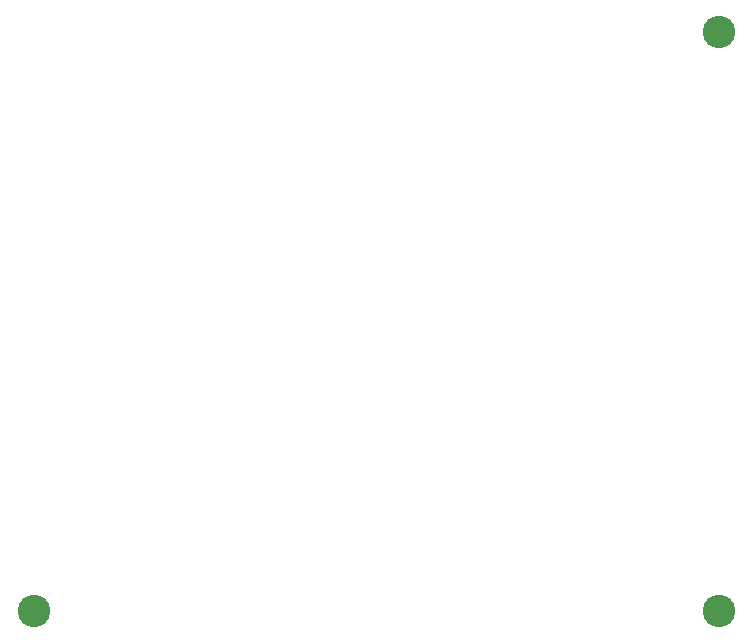
<source format=gbr>
%TF.GenerationSoftware,KiCad,Pcbnew,5.1.5+dfsg1-2~bpo10+1*%
%TF.CreationDate,2020-10-30T12:10:53+01:00*%
%TF.ProjectId,ms_auth_breakout,6d735f61-7574-4685-9f62-7265616b6f75,1.1.0*%
%TF.SameCoordinates,Original*%
%TF.FileFunction,NonPlated,1,2,NPTH,Drill*%
%TF.FilePolarity,Positive*%
%FSLAX46Y46*%
G04 Gerber Fmt 4.6, Leading zero omitted, Abs format (unit mm)*
G04 Created by KiCad (PCBNEW 5.1.5+dfsg1-2~bpo10+1) date 2020-10-30 12:10:53 commit 8f6b4a8*
%MOMM*%
%LPD*%
G04 APERTURE LIST*
%TA.AperFunction,ComponentDrill*%
%ADD10C,2.743200*%
%TD*%
G04 APERTURE END LIST*
D10*
%TO.C,@HOLE2*%
X177749200Y-79794100D03*
%TO.C,@HOLE1*%
X119761000Y-128816100D03*
%TO.C,@HOLE0*%
X177749200Y-128816100D03*
M02*

</source>
